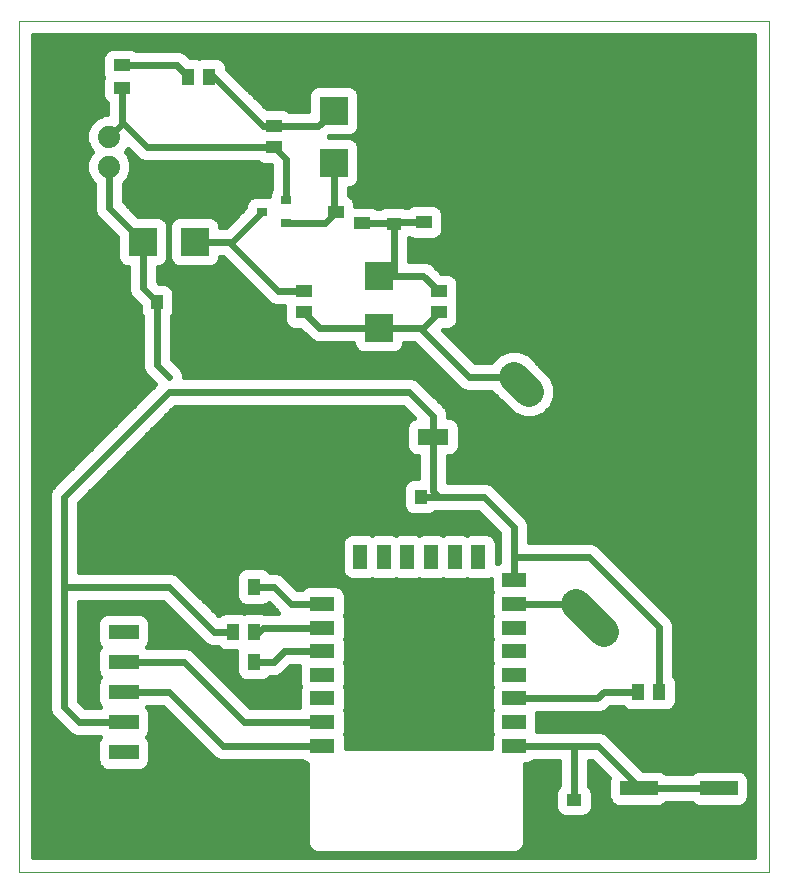
<source format=gtl>
G75*
G70*
%OFA0B0*%
%FSLAX24Y24*%
%IPPOS*%
%LPD*%
%AMOC8*
5,1,8,0,0,1.08239X$1,22.5*
%
%ADD10C,0.0000*%
%ADD11R,0.0394X0.0492*%
%ADD12R,0.0492X0.0394*%
%ADD13R,0.0945X0.0945*%
%ADD14C,0.0740*%
%ADD15R,0.0787X0.0472*%
%ADD16R,0.0472X0.0787*%
%ADD17R,0.0354X0.0315*%
%ADD18R,0.0551X0.0394*%
%ADD19R,0.0551X0.0433*%
%ADD20R,0.0433X0.0551*%
%ADD21R,0.1024X0.0551*%
%ADD22R,0.1000X0.0500*%
%ADD23R,0.1260X0.0472*%
%ADD24C,0.0240*%
%ADD25C,0.1000*%
%ADD26C,0.0160*%
D10*
X004180Y005180D02*
X004180Y033550D01*
X029172Y033550D01*
X029172Y005180D01*
X004180Y005180D01*
D11*
X016786Y017680D03*
X017574Y017680D03*
X009574Y024180D03*
X008786Y024180D03*
D12*
X016680Y026786D03*
X016680Y027574D03*
X022680Y007574D03*
X022680Y006786D03*
D13*
X016180Y023314D03*
X016180Y025046D03*
X014680Y028814D03*
X014680Y030546D03*
X010046Y026180D03*
X008314Y026180D03*
D14*
X007180Y028680D03*
X007180Y029680D03*
D15*
X014302Y014893D03*
X014302Y014105D03*
X014302Y013318D03*
X014302Y012530D03*
X014302Y011743D03*
X014302Y010956D03*
X014302Y010168D03*
X014302Y009381D03*
X020680Y009381D03*
X020680Y010168D03*
X020680Y010956D03*
X020680Y011743D03*
X020680Y012530D03*
X020680Y013318D03*
X020680Y014105D03*
X020680Y014893D03*
D16*
X019499Y015680D03*
X018711Y015680D03*
X017924Y015680D03*
X017137Y015680D03*
X016349Y015680D03*
X015562Y015680D03*
D17*
X013074Y026806D03*
X013074Y027554D03*
X012286Y027180D03*
D18*
X014747Y027180D03*
X015613Y026806D03*
X015613Y027554D03*
X007613Y031306D03*
X007613Y032054D03*
X006747Y031680D03*
D19*
X012680Y030024D03*
X012680Y029336D03*
X013680Y024524D03*
X013680Y023836D03*
X017680Y026836D03*
X017680Y027524D03*
X018180Y024524D03*
X018180Y023836D03*
D20*
X010524Y031680D03*
X009836Y031680D03*
X011336Y014680D03*
X012024Y014680D03*
X012024Y013180D03*
X011336Y013180D03*
X011336Y012180D03*
X012024Y012180D03*
X024836Y011180D03*
X025524Y011180D03*
D21*
X017987Y019680D03*
X016373Y019680D03*
D22*
X007680Y013180D03*
X007680Y012180D03*
X007680Y011180D03*
X007680Y010180D03*
X007680Y009180D03*
X007680Y008180D03*
D23*
X024841Y007967D03*
X024841Y006393D03*
X027519Y006393D03*
X027519Y007967D03*
D24*
X024841Y007967D01*
X024841Y008019D01*
X023479Y009381D01*
X022680Y009381D01*
X022680Y007574D01*
X022680Y009381D02*
X020680Y009381D01*
X020680Y010956D02*
X023456Y010956D01*
X023680Y011180D01*
X024836Y011180D01*
X025524Y011180D02*
X025524Y013336D01*
X023180Y015680D01*
X020680Y015680D01*
X020680Y014893D01*
X020680Y015680D02*
X020680Y016680D01*
X019680Y017680D01*
X018180Y017680D01*
X017987Y017873D01*
X017987Y019680D01*
X017987Y020373D01*
X017180Y021180D01*
X009180Y021180D01*
X005680Y017680D01*
X005680Y014680D01*
X009180Y014680D01*
X010680Y013180D01*
X011336Y013180D01*
X012024Y013180D02*
X012180Y013180D01*
X012318Y013318D01*
X014302Y013318D01*
X014302Y014105D02*
X013255Y014105D01*
X012680Y014680D01*
X012024Y014680D01*
X013030Y012530D02*
X012680Y012180D01*
X012024Y012180D01*
X013030Y012530D02*
X014302Y012530D01*
X014302Y010168D02*
X011692Y010168D01*
X009680Y012180D01*
X007680Y012180D01*
X007680Y011180D02*
X009180Y011180D01*
X010979Y009381D01*
X014302Y009381D01*
X007680Y010180D02*
X006180Y010180D01*
X005680Y010680D01*
X005680Y014680D01*
X009180Y021680D02*
X008786Y022074D01*
X008786Y024180D01*
X008314Y024652D01*
X008314Y026180D01*
X007180Y027314D01*
X007180Y028680D01*
X007180Y029680D02*
X007613Y030113D01*
X007613Y030180D01*
X008458Y029336D01*
X012680Y029336D01*
X013074Y028942D01*
X013074Y027554D01*
X013074Y026806D02*
X014373Y026806D01*
X014747Y027180D01*
X014680Y027247D01*
X014680Y028814D01*
X014158Y030024D02*
X014680Y030546D01*
X014158Y030024D02*
X012680Y030024D01*
X012336Y030024D01*
X010680Y031680D01*
X010524Y031680D01*
X009836Y031680D02*
X009461Y032054D01*
X007613Y032054D01*
X007613Y031306D02*
X007613Y030180D01*
X010046Y026180D02*
X011180Y026180D01*
X012836Y024524D01*
X013680Y024524D01*
X013680Y023836D02*
X014202Y023314D01*
X016180Y023314D01*
X017658Y023314D01*
X017658Y023202D01*
X019180Y021680D01*
X020680Y021680D01*
X018180Y023836D02*
X017658Y023314D01*
X018180Y024524D02*
X017658Y025046D01*
X016180Y025046D01*
X016680Y025046D01*
X016680Y026786D01*
X016680Y026836D01*
X017680Y026836D01*
X016680Y026806D02*
X016680Y026786D01*
X016680Y026806D02*
X015613Y026806D01*
X012286Y027180D02*
X011286Y026180D01*
X011180Y026180D01*
X017574Y017680D02*
X018180Y017680D01*
X020680Y014105D02*
X022755Y014105D01*
D25*
X023680Y013180D01*
X021180Y021180D02*
X020680Y021680D01*
D26*
X019935Y021180D02*
X020682Y020434D01*
X021005Y020300D01*
X021355Y020300D01*
X021678Y020434D01*
X021926Y020682D01*
X022060Y021005D01*
X022060Y021355D01*
X021926Y021678D01*
X021178Y022426D01*
X020855Y022560D01*
X020505Y022560D01*
X020182Y022426D01*
X019935Y022180D01*
X019387Y022180D01*
X018328Y023239D01*
X018531Y023239D01*
X018671Y023297D01*
X018778Y023404D01*
X018836Y023543D01*
X018836Y024128D01*
X018814Y024180D01*
X018836Y024232D01*
X018836Y024817D01*
X018778Y024956D01*
X018671Y025063D01*
X018531Y025121D01*
X018291Y025121D01*
X018082Y025329D01*
X017942Y025470D01*
X017758Y025546D01*
X017180Y025546D01*
X017180Y026306D01*
X017189Y026297D01*
X017329Y026239D01*
X018031Y026239D01*
X018171Y026297D01*
X018278Y026404D01*
X018336Y026543D01*
X018336Y027128D01*
X018278Y027267D01*
X018171Y027374D01*
X018031Y027432D01*
X017329Y027432D01*
X017189Y027374D01*
X017150Y027336D01*
X017068Y027336D01*
X017002Y027363D01*
X016358Y027363D01*
X016220Y027306D01*
X016123Y027306D01*
X016104Y027325D01*
X015964Y027383D01*
X015403Y027383D01*
X015403Y027452D01*
X015345Y027592D01*
X015238Y027699D01*
X015180Y027723D01*
X015180Y027961D01*
X015228Y027961D01*
X015368Y028019D01*
X015475Y028126D01*
X015532Y028266D01*
X015532Y029362D01*
X015475Y029502D01*
X015368Y029608D01*
X015228Y029666D01*
X014507Y029666D01*
X014535Y029694D01*
X015228Y029694D01*
X015368Y029752D01*
X015475Y029858D01*
X015532Y029998D01*
X015532Y031094D01*
X015475Y031234D01*
X015368Y031341D01*
X015228Y031399D01*
X014132Y031399D01*
X013992Y031341D01*
X013885Y031234D01*
X013828Y031094D01*
X013828Y030524D01*
X013210Y030524D01*
X013171Y030563D01*
X013031Y030621D01*
X012446Y030621D01*
X011121Y031946D01*
X011121Y032031D01*
X011063Y032171D01*
X010956Y032278D01*
X010817Y032336D01*
X010232Y032336D01*
X010180Y032314D01*
X010128Y032336D01*
X009887Y032336D01*
X009745Y032478D01*
X009561Y032554D01*
X008123Y032554D01*
X008104Y032573D01*
X007964Y032631D01*
X007262Y032631D01*
X007122Y032573D01*
X007015Y032466D01*
X006957Y032326D01*
X006957Y031782D01*
X007000Y031680D01*
X006957Y031578D01*
X006957Y031034D01*
X007015Y030894D01*
X007113Y030796D01*
X007113Y030430D01*
X007031Y030430D01*
X006755Y030316D01*
X006544Y030105D01*
X006430Y029829D01*
X006430Y029531D01*
X006544Y029255D01*
X006619Y029180D01*
X006544Y029105D01*
X006430Y028829D01*
X006430Y028531D01*
X006544Y028255D01*
X006680Y028119D01*
X006680Y027214D01*
X006756Y027031D01*
X006897Y026890D01*
X007461Y026325D01*
X007461Y025632D01*
X007519Y025492D01*
X007626Y025385D01*
X007766Y025328D01*
X007814Y025328D01*
X007814Y024553D01*
X007890Y024369D01*
X008031Y024229D01*
X008209Y024050D01*
X008209Y023858D01*
X008267Y023719D01*
X008286Y023700D01*
X008286Y021974D01*
X008362Y021790D01*
X008723Y021430D01*
X005256Y017963D01*
X005180Y017779D01*
X005180Y010581D01*
X005256Y010397D01*
X005397Y010256D01*
X005897Y009756D01*
X006081Y009680D01*
X006893Y009680D01*
X006858Y009645D01*
X006800Y009506D01*
X006800Y008854D01*
X006858Y008715D01*
X006965Y008608D01*
X007104Y008550D01*
X008256Y008550D01*
X008395Y008608D01*
X008502Y008715D01*
X008560Y008854D01*
X008560Y009506D01*
X008502Y009645D01*
X008467Y009680D01*
X008502Y009715D01*
X008560Y009854D01*
X008560Y010506D01*
X008502Y010645D01*
X008467Y010680D01*
X008467Y010680D01*
X008973Y010680D01*
X010555Y009098D01*
X010696Y008957D01*
X010880Y008881D01*
X013635Y008881D01*
X013693Y008822D01*
X013800Y008778D01*
X013800Y006104D01*
X013858Y005965D01*
X013965Y005858D01*
X014104Y005800D01*
X020756Y005800D01*
X020895Y005858D01*
X021002Y005965D01*
X021060Y006104D01*
X021060Y008765D01*
X021149Y008765D01*
X021289Y008822D01*
X021347Y008881D01*
X022180Y008881D01*
X022180Y008054D01*
X022112Y007986D01*
X022054Y007846D01*
X022054Y007301D01*
X022112Y007162D01*
X022219Y007055D01*
X022358Y006997D01*
X023002Y006997D01*
X023141Y007055D01*
X023248Y007162D01*
X023306Y007301D01*
X023306Y007846D01*
X023248Y007986D01*
X023180Y008054D01*
X023180Y008881D01*
X023272Y008881D01*
X023844Y008309D01*
X023831Y008279D01*
X023831Y007656D01*
X023889Y007516D01*
X023996Y007409D01*
X024136Y007351D01*
X025547Y007351D01*
X025687Y007409D01*
X025745Y007467D01*
X026615Y007467D01*
X026673Y007409D01*
X026813Y007351D01*
X028224Y007351D01*
X028364Y007409D01*
X028471Y007516D01*
X028529Y007656D01*
X028529Y008279D01*
X028471Y008419D01*
X028364Y008526D01*
X028224Y008584D01*
X026813Y008584D01*
X026673Y008526D01*
X026615Y008467D01*
X025745Y008467D01*
X025687Y008526D01*
X025547Y008584D01*
X024983Y008584D01*
X023762Y009805D01*
X023579Y009881D01*
X021454Y009881D01*
X021454Y010456D01*
X023555Y010456D01*
X023739Y010532D01*
X023887Y010680D01*
X024306Y010680D01*
X024404Y010582D01*
X024543Y010524D01*
X025128Y010524D01*
X025180Y010546D01*
X025232Y010524D01*
X025817Y010524D01*
X025956Y010582D01*
X026063Y010689D01*
X026121Y010829D01*
X026121Y011531D01*
X026063Y011671D01*
X026024Y011710D01*
X026024Y013435D01*
X025948Y013619D01*
X023604Y015963D01*
X023463Y016104D01*
X023279Y016180D01*
X021180Y016180D01*
X021180Y016779D01*
X021104Y016963D01*
X020963Y017104D01*
X019963Y018104D01*
X019779Y018180D01*
X018487Y018180D01*
X018487Y019024D01*
X018574Y019024D01*
X018714Y019082D01*
X018821Y019189D01*
X018879Y019329D01*
X018879Y020031D01*
X018821Y020171D01*
X018714Y020278D01*
X018574Y020336D01*
X018487Y020336D01*
X018487Y020472D01*
X018411Y020656D01*
X017604Y021463D01*
X017463Y021604D01*
X017279Y021680D01*
X009680Y021680D01*
X009680Y021779D01*
X009604Y021963D01*
X009286Y022281D01*
X009286Y023700D01*
X009305Y023719D01*
X009363Y023858D01*
X009363Y024502D01*
X009305Y024641D01*
X009198Y024748D01*
X009059Y024806D01*
X008867Y024806D01*
X008814Y024860D01*
X008814Y025328D01*
X008862Y025328D01*
X009002Y025385D01*
X009108Y025492D01*
X009166Y025632D01*
X009166Y026728D01*
X009108Y026868D01*
X009002Y026975D01*
X008862Y027032D01*
X008169Y027032D01*
X007680Y027521D01*
X007680Y028119D01*
X007816Y028255D01*
X007930Y028531D01*
X007930Y028829D01*
X007816Y029105D01*
X007741Y029180D01*
X007816Y029255D01*
X007820Y029266D01*
X008174Y028912D01*
X008358Y028836D01*
X012150Y028836D01*
X012189Y028797D01*
X012329Y028739D01*
X012569Y028739D01*
X012574Y028735D01*
X012574Y027925D01*
X012517Y027787D01*
X012517Y027717D01*
X012034Y027717D01*
X011894Y027660D01*
X011787Y027553D01*
X011729Y027413D01*
X011729Y027330D01*
X011079Y026680D01*
X010899Y026680D01*
X010899Y026728D01*
X010841Y026868D01*
X010734Y026975D01*
X010594Y027032D01*
X009498Y027032D01*
X009358Y026975D01*
X009252Y026868D01*
X009194Y026728D01*
X009194Y025632D01*
X009252Y025492D01*
X009358Y025385D01*
X009498Y025328D01*
X010594Y025328D01*
X010734Y025385D01*
X010841Y025492D01*
X010899Y025632D01*
X010899Y025680D01*
X010973Y025680D01*
X012552Y024101D01*
X012736Y024024D01*
X013024Y024024D01*
X013024Y023543D01*
X013082Y023404D01*
X013189Y023297D01*
X013329Y023239D01*
X013569Y023239D01*
X013918Y022890D01*
X014102Y022814D01*
X015328Y022814D01*
X015328Y022766D01*
X015385Y022626D01*
X015492Y022519D01*
X015632Y022461D01*
X016728Y022461D01*
X016868Y022519D01*
X016975Y022626D01*
X017032Y022766D01*
X017032Y022814D01*
X017339Y022814D01*
X018756Y021397D01*
X018897Y021256D01*
X019081Y021180D01*
X019935Y021180D01*
X020085Y021030D02*
X018037Y021030D01*
X017879Y021189D02*
X019060Y021189D01*
X018806Y021347D02*
X017720Y021347D01*
X017562Y021506D02*
X018647Y021506D01*
X018489Y021664D02*
X017318Y021664D01*
X017855Y022298D02*
X009286Y022298D01*
X009286Y022457D02*
X017696Y022457D01*
X017538Y022615D02*
X016963Y022615D01*
X017032Y022774D02*
X017379Y022774D01*
X018013Y022140D02*
X009428Y022140D01*
X009586Y021981D02*
X018172Y021981D01*
X018330Y021823D02*
X009662Y021823D01*
X009286Y022615D02*
X015397Y022615D01*
X015328Y022774D02*
X009286Y022774D01*
X009286Y022932D02*
X013876Y022932D01*
X013718Y023091D02*
X009286Y023091D01*
X009286Y023249D02*
X013305Y023249D01*
X013081Y023408D02*
X009286Y023408D01*
X009286Y023566D02*
X013024Y023566D01*
X013024Y023725D02*
X009308Y023725D01*
X009363Y023883D02*
X013024Y023883D01*
X012695Y024042D02*
X009363Y024042D01*
X009363Y024200D02*
X012453Y024200D01*
X012294Y024359D02*
X009363Y024359D01*
X009357Y024517D02*
X012136Y024517D01*
X011977Y024676D02*
X009271Y024676D01*
X008839Y024834D02*
X011819Y024834D01*
X011660Y024993D02*
X008814Y024993D01*
X008814Y025151D02*
X011502Y025151D01*
X011343Y025310D02*
X008814Y025310D01*
X009084Y025468D02*
X009276Y025468D01*
X009196Y025627D02*
X009164Y025627D01*
X009166Y025785D02*
X009194Y025785D01*
X009194Y025944D02*
X009166Y025944D01*
X009166Y026102D02*
X009194Y026102D01*
X009194Y026261D02*
X009166Y026261D01*
X009166Y026419D02*
X009194Y026419D01*
X009194Y026578D02*
X009166Y026578D01*
X009163Y026736D02*
X009197Y026736D01*
X009278Y026895D02*
X009082Y026895D01*
X008148Y027053D02*
X011452Y027053D01*
X011294Y026895D02*
X010814Y026895D01*
X010895Y026736D02*
X011135Y026736D01*
X011611Y027212D02*
X007989Y027212D01*
X007831Y027370D02*
X011729Y027370D01*
X011777Y027529D02*
X007680Y027529D01*
X007680Y027687D02*
X011960Y027687D01*
X012541Y027846D02*
X007680Y027846D01*
X007680Y028004D02*
X012574Y028004D01*
X012574Y028163D02*
X007723Y028163D01*
X007843Y028321D02*
X012574Y028321D01*
X012574Y028480D02*
X007909Y028480D01*
X007930Y028638D02*
X012574Y028638D01*
X012190Y028797D02*
X007930Y028797D01*
X007878Y028955D02*
X008131Y028955D01*
X007972Y029114D02*
X007807Y029114D01*
X006553Y029114D02*
X004660Y029114D01*
X004660Y029272D02*
X006537Y029272D01*
X006472Y029431D02*
X004660Y029431D01*
X004660Y029589D02*
X006430Y029589D01*
X006430Y029748D02*
X004660Y029748D01*
X004660Y029906D02*
X006462Y029906D01*
X006527Y030065D02*
X004660Y030065D01*
X004660Y030223D02*
X006662Y030223D01*
X006914Y030382D02*
X004660Y030382D01*
X004660Y030540D02*
X007113Y030540D01*
X007113Y030699D02*
X004660Y030699D01*
X004660Y030857D02*
X007052Y030857D01*
X006965Y031016D02*
X004660Y031016D01*
X004660Y031174D02*
X006957Y031174D01*
X006957Y031333D02*
X004660Y031333D01*
X004660Y031491D02*
X006957Y031491D01*
X006987Y031650D02*
X004660Y031650D01*
X004660Y031808D02*
X006957Y031808D01*
X006957Y031967D02*
X004660Y031967D01*
X004660Y032125D02*
X006957Y032125D01*
X006957Y032284D02*
X004660Y032284D01*
X004660Y032442D02*
X007005Y032442D01*
X007189Y032601D02*
X004660Y032601D01*
X004660Y032759D02*
X028692Y032759D01*
X028692Y032601D02*
X008037Y032601D01*
X009781Y032442D02*
X028692Y032442D01*
X028692Y032284D02*
X010942Y032284D01*
X011082Y032125D02*
X028692Y032125D01*
X028692Y031967D02*
X011121Y031967D01*
X011259Y031808D02*
X028692Y031808D01*
X028692Y031650D02*
X011418Y031650D01*
X011576Y031491D02*
X028692Y031491D01*
X028692Y031333D02*
X015376Y031333D01*
X015499Y031174D02*
X028692Y031174D01*
X028692Y031016D02*
X015532Y031016D01*
X015532Y030857D02*
X028692Y030857D01*
X028692Y030699D02*
X015532Y030699D01*
X015532Y030540D02*
X028692Y030540D01*
X028692Y030382D02*
X015532Y030382D01*
X015532Y030223D02*
X028692Y030223D01*
X028692Y030065D02*
X015532Y030065D01*
X015494Y029906D02*
X028692Y029906D01*
X028692Y029748D02*
X015358Y029748D01*
X015387Y029589D02*
X028692Y029589D01*
X028692Y029431D02*
X015504Y029431D01*
X015532Y029272D02*
X028692Y029272D01*
X028692Y029114D02*
X015532Y029114D01*
X015532Y028955D02*
X028692Y028955D01*
X028692Y028797D02*
X015532Y028797D01*
X015532Y028638D02*
X028692Y028638D01*
X028692Y028480D02*
X015532Y028480D01*
X015532Y028321D02*
X028692Y028321D01*
X028692Y028163D02*
X015490Y028163D01*
X015331Y028004D02*
X028692Y028004D01*
X028692Y027846D02*
X015180Y027846D01*
X015250Y027687D02*
X028692Y027687D01*
X028692Y027529D02*
X015371Y027529D01*
X015995Y027370D02*
X017185Y027370D01*
X018175Y027370D02*
X028692Y027370D01*
X028692Y027212D02*
X018301Y027212D01*
X018336Y027053D02*
X028692Y027053D01*
X028692Y026895D02*
X018336Y026895D01*
X018336Y026736D02*
X028692Y026736D01*
X028692Y026578D02*
X018336Y026578D01*
X018284Y026419D02*
X028692Y026419D01*
X028692Y026261D02*
X018083Y026261D01*
X017944Y025468D02*
X028692Y025468D01*
X028692Y025310D02*
X018102Y025310D01*
X018261Y025151D02*
X028692Y025151D01*
X028692Y024993D02*
X018741Y024993D01*
X018828Y024834D02*
X028692Y024834D01*
X028692Y024676D02*
X018836Y024676D01*
X018836Y024517D02*
X028692Y024517D01*
X028692Y024359D02*
X018836Y024359D01*
X018822Y024200D02*
X028692Y024200D01*
X028692Y024042D02*
X018836Y024042D01*
X018836Y023883D02*
X028692Y023883D01*
X028692Y023725D02*
X018836Y023725D01*
X018836Y023566D02*
X028692Y023566D01*
X028692Y023408D02*
X018779Y023408D01*
X018555Y023249D02*
X028692Y023249D01*
X028692Y023091D02*
X018477Y023091D01*
X018635Y022932D02*
X028692Y022932D01*
X028692Y022774D02*
X018794Y022774D01*
X018952Y022615D02*
X028692Y022615D01*
X028692Y022457D02*
X021105Y022457D01*
X021306Y022298D02*
X028692Y022298D01*
X028692Y022140D02*
X021465Y022140D01*
X021623Y021981D02*
X028692Y021981D01*
X028692Y021823D02*
X021782Y021823D01*
X021932Y021664D02*
X028692Y021664D01*
X028692Y021506D02*
X021998Y021506D01*
X022060Y021347D02*
X028692Y021347D01*
X028692Y021189D02*
X022060Y021189D01*
X022060Y021030D02*
X028692Y021030D01*
X028692Y020872D02*
X022005Y020872D01*
X021939Y020713D02*
X028692Y020713D01*
X028692Y020555D02*
X021799Y020555D01*
X021587Y020396D02*
X028692Y020396D01*
X028692Y020238D02*
X018754Y020238D01*
X018859Y020079D02*
X028692Y020079D01*
X028692Y019921D02*
X018879Y019921D01*
X018879Y019762D02*
X028692Y019762D01*
X028692Y019604D02*
X018879Y019604D01*
X018879Y019445D02*
X028692Y019445D01*
X028692Y019287D02*
X018861Y019287D01*
X018760Y019128D02*
X028692Y019128D01*
X028692Y018970D02*
X018487Y018970D01*
X018487Y018811D02*
X028692Y018811D01*
X028692Y018653D02*
X018487Y018653D01*
X018487Y018494D02*
X028692Y018494D01*
X028692Y018336D02*
X018487Y018336D01*
X017487Y018336D02*
X007043Y018336D01*
X007201Y018494D02*
X017487Y018494D01*
X017487Y018653D02*
X007360Y018653D01*
X007518Y018811D02*
X017487Y018811D01*
X017487Y018970D02*
X007677Y018970D01*
X007835Y019128D02*
X017214Y019128D01*
X017260Y019082D02*
X017400Y019024D01*
X017487Y019024D01*
X017487Y018306D01*
X017301Y018306D01*
X017162Y018248D01*
X017055Y018141D01*
X016997Y018002D01*
X016997Y017358D01*
X017055Y017219D01*
X017162Y017112D01*
X017301Y017054D01*
X017846Y017054D01*
X017986Y017112D01*
X018054Y017180D01*
X019473Y017180D01*
X020180Y016473D01*
X020180Y015496D01*
X020115Y015469D01*
X020115Y016149D01*
X020057Y016289D01*
X019950Y016396D01*
X019811Y016454D01*
X019187Y016454D01*
X019105Y016420D01*
X019023Y016454D01*
X018400Y016454D01*
X018318Y016420D01*
X018236Y016454D01*
X017612Y016454D01*
X017530Y016420D01*
X017449Y016454D01*
X016825Y016454D01*
X016743Y016420D01*
X016661Y016454D01*
X016037Y016454D01*
X015956Y016420D01*
X015874Y016454D01*
X015250Y016454D01*
X015110Y016396D01*
X015004Y016289D01*
X014946Y016149D01*
X014946Y015211D01*
X015004Y015071D01*
X015110Y014964D01*
X015250Y014906D01*
X015874Y014906D01*
X015956Y014940D01*
X016037Y014906D01*
X016661Y014906D01*
X016743Y014940D01*
X016825Y014906D01*
X017449Y014906D01*
X017530Y014940D01*
X017612Y014906D01*
X018236Y014906D01*
X018318Y014940D01*
X018400Y014906D01*
X019023Y014906D01*
X019105Y014940D01*
X019187Y014906D01*
X019811Y014906D01*
X019906Y014946D01*
X019906Y014581D01*
X019940Y014499D01*
X019906Y014417D01*
X019906Y013793D01*
X019940Y013711D01*
X019906Y013630D01*
X019906Y013006D01*
X019940Y012924D01*
X019906Y012842D01*
X019906Y012219D01*
X019940Y012137D01*
X019906Y012055D01*
X019906Y011431D01*
X019940Y011349D01*
X019906Y011267D01*
X019906Y010644D01*
X019940Y010562D01*
X019906Y010480D01*
X019906Y009856D01*
X019940Y009774D01*
X019906Y009693D01*
X019906Y009310D01*
X015076Y009310D01*
X015076Y009693D01*
X015042Y009774D01*
X015076Y009856D01*
X015076Y010480D01*
X015042Y010562D01*
X015076Y010644D01*
X015076Y011267D01*
X015042Y011349D01*
X015076Y011431D01*
X015076Y012055D01*
X015042Y012137D01*
X015076Y012219D01*
X015076Y012842D01*
X015042Y012924D01*
X015076Y013006D01*
X015076Y013630D01*
X015042Y013711D01*
X015076Y013793D01*
X015076Y014417D01*
X015018Y014557D01*
X014911Y014664D01*
X014771Y014721D01*
X013833Y014721D01*
X013693Y014664D01*
X013635Y014605D01*
X013462Y014605D01*
X013104Y014963D01*
X012963Y015104D01*
X012779Y015180D01*
X012554Y015180D01*
X012456Y015278D01*
X012317Y015336D01*
X011732Y015336D01*
X011593Y015278D01*
X011486Y015171D01*
X011428Y015031D01*
X011428Y014329D01*
X011486Y014189D01*
X011593Y014082D01*
X011732Y014024D01*
X012317Y014024D01*
X012456Y014082D01*
X012513Y014139D01*
X012835Y013818D01*
X012360Y013818D01*
X012317Y013836D01*
X011732Y013836D01*
X011680Y013814D01*
X011628Y013836D01*
X011043Y013836D01*
X010904Y013778D01*
X010847Y013721D01*
X009604Y014963D01*
X009463Y015104D01*
X009279Y015180D01*
X006180Y015180D01*
X006180Y017473D01*
X009387Y020680D01*
X016973Y020680D01*
X017341Y020311D01*
X017260Y020278D01*
X017153Y020171D01*
X017095Y020031D01*
X017095Y019329D01*
X017153Y019189D01*
X017260Y019082D01*
X017113Y019287D02*
X007994Y019287D01*
X008152Y019445D02*
X017095Y019445D01*
X017095Y019604D02*
X008311Y019604D01*
X008469Y019762D02*
X017095Y019762D01*
X017095Y019921D02*
X008628Y019921D01*
X008786Y020079D02*
X017115Y020079D01*
X017220Y020238D02*
X008945Y020238D01*
X009103Y020396D02*
X017257Y020396D01*
X017098Y020555D02*
X009262Y020555D01*
X008481Y021189D02*
X004660Y021189D01*
X004660Y021347D02*
X008640Y021347D01*
X008647Y021506D02*
X004660Y021506D01*
X004660Y021664D02*
X008489Y021664D01*
X008349Y021823D02*
X004660Y021823D01*
X004660Y021981D02*
X008286Y021981D01*
X008286Y022140D02*
X004660Y022140D01*
X004660Y022298D02*
X008286Y022298D01*
X008286Y022457D02*
X004660Y022457D01*
X004660Y022615D02*
X008286Y022615D01*
X008286Y022774D02*
X004660Y022774D01*
X004660Y022932D02*
X008286Y022932D01*
X008286Y023091D02*
X004660Y023091D01*
X004660Y023249D02*
X008286Y023249D01*
X008286Y023408D02*
X004660Y023408D01*
X004660Y023566D02*
X008286Y023566D01*
X008265Y023725D02*
X004660Y023725D01*
X004660Y023883D02*
X008209Y023883D01*
X008209Y024042D02*
X004660Y024042D01*
X004660Y024200D02*
X008059Y024200D01*
X008031Y024229D02*
X008031Y024229D01*
X007901Y024359D02*
X004660Y024359D01*
X004660Y024517D02*
X007829Y024517D01*
X007814Y024676D02*
X004660Y024676D01*
X004660Y024834D02*
X007814Y024834D01*
X007814Y024993D02*
X004660Y024993D01*
X004660Y025151D02*
X007814Y025151D01*
X007814Y025310D02*
X004660Y025310D01*
X004660Y025468D02*
X007544Y025468D01*
X007464Y025627D02*
X004660Y025627D01*
X004660Y025785D02*
X007461Y025785D01*
X007461Y025944D02*
X004660Y025944D01*
X004660Y026102D02*
X007461Y026102D01*
X007461Y026261D02*
X004660Y026261D01*
X004660Y026419D02*
X007368Y026419D01*
X007209Y026578D02*
X004660Y026578D01*
X004660Y026736D02*
X007051Y026736D01*
X006897Y026890D02*
X006897Y026890D01*
X006892Y026895D02*
X004660Y026895D01*
X004660Y027053D02*
X006747Y027053D01*
X006681Y027212D02*
X004660Y027212D01*
X004660Y027370D02*
X006680Y027370D01*
X006680Y027529D02*
X004660Y027529D01*
X004660Y027687D02*
X006680Y027687D01*
X006680Y027846D02*
X004660Y027846D01*
X004660Y028004D02*
X006680Y028004D01*
X006637Y028163D02*
X004660Y028163D01*
X004660Y028321D02*
X006517Y028321D01*
X006451Y028480D02*
X004660Y028480D01*
X004660Y028638D02*
X006430Y028638D01*
X006430Y028797D02*
X004660Y028797D01*
X004660Y028955D02*
X006482Y028955D01*
X004660Y032918D02*
X028692Y032918D01*
X028692Y033070D02*
X004660Y033070D01*
X004660Y005660D01*
X028692Y005660D01*
X028692Y033070D01*
X028692Y026102D02*
X017180Y026102D01*
X017180Y025944D02*
X028692Y025944D01*
X028692Y025785D02*
X017180Y025785D01*
X017180Y025627D02*
X028692Y025627D01*
X020773Y020396D02*
X018487Y020396D01*
X018453Y020555D02*
X020561Y020555D01*
X020402Y020713D02*
X018354Y020713D01*
X018196Y020872D02*
X020244Y020872D01*
X020054Y022298D02*
X019269Y022298D01*
X019111Y022457D02*
X020255Y022457D01*
X017277Y026261D02*
X017180Y026261D01*
X013828Y030540D02*
X013194Y030540D01*
X013828Y030699D02*
X012369Y030699D01*
X012210Y030857D02*
X013828Y030857D01*
X013828Y031016D02*
X012052Y031016D01*
X011893Y031174D02*
X013861Y031174D01*
X013984Y031333D02*
X011735Y031333D01*
X011026Y025627D02*
X010896Y025627D01*
X010816Y025468D02*
X011185Y025468D01*
X008323Y021030D02*
X004660Y021030D01*
X004660Y020872D02*
X008164Y020872D01*
X008006Y020713D02*
X004660Y020713D01*
X004660Y020555D02*
X007847Y020555D01*
X007689Y020396D02*
X004660Y020396D01*
X004660Y020238D02*
X007530Y020238D01*
X007372Y020079D02*
X004660Y020079D01*
X004660Y019921D02*
X007213Y019921D01*
X007055Y019762D02*
X004660Y019762D01*
X004660Y019604D02*
X006896Y019604D01*
X006738Y019445D02*
X004660Y019445D01*
X004660Y019287D02*
X006579Y019287D01*
X006421Y019128D02*
X004660Y019128D01*
X004660Y018970D02*
X006262Y018970D01*
X006104Y018811D02*
X004660Y018811D01*
X004660Y018653D02*
X005945Y018653D01*
X005787Y018494D02*
X004660Y018494D01*
X004660Y018336D02*
X005628Y018336D01*
X005470Y018177D02*
X004660Y018177D01*
X004660Y018019D02*
X005311Y018019D01*
X005213Y017860D02*
X004660Y017860D01*
X004660Y017702D02*
X005180Y017702D01*
X005180Y017543D02*
X004660Y017543D01*
X004660Y017385D02*
X005180Y017385D01*
X005180Y017226D02*
X004660Y017226D01*
X004660Y017068D02*
X005180Y017068D01*
X005180Y016909D02*
X004660Y016909D01*
X004660Y016751D02*
X005180Y016751D01*
X005180Y016592D02*
X004660Y016592D01*
X004660Y016434D02*
X005180Y016434D01*
X005180Y016275D02*
X004660Y016275D01*
X004660Y016117D02*
X005180Y016117D01*
X005180Y015958D02*
X004660Y015958D01*
X004660Y015800D02*
X005180Y015800D01*
X005180Y015641D02*
X004660Y015641D01*
X004660Y015483D02*
X005180Y015483D01*
X005180Y015324D02*
X004660Y015324D01*
X004660Y015166D02*
X005180Y015166D01*
X005180Y015007D02*
X004660Y015007D01*
X004660Y014849D02*
X005180Y014849D01*
X005180Y014690D02*
X004660Y014690D01*
X004660Y014532D02*
X005180Y014532D01*
X005180Y014373D02*
X004660Y014373D01*
X004660Y014215D02*
X005180Y014215D01*
X005180Y014056D02*
X004660Y014056D01*
X004660Y013898D02*
X005180Y013898D01*
X005180Y013739D02*
X004660Y013739D01*
X004660Y013581D02*
X005180Y013581D01*
X005180Y013422D02*
X004660Y013422D01*
X004660Y013264D02*
X005180Y013264D01*
X005180Y013105D02*
X004660Y013105D01*
X004660Y012947D02*
X005180Y012947D01*
X005180Y012788D02*
X004660Y012788D01*
X004660Y012630D02*
X005180Y012630D01*
X005180Y012471D02*
X004660Y012471D01*
X004660Y012313D02*
X005180Y012313D01*
X005180Y012154D02*
X004660Y012154D01*
X004660Y011996D02*
X005180Y011996D01*
X005180Y011837D02*
X004660Y011837D01*
X004660Y011679D02*
X005180Y011679D01*
X005180Y011520D02*
X004660Y011520D01*
X004660Y011362D02*
X005180Y011362D01*
X005180Y011203D02*
X004660Y011203D01*
X004660Y011045D02*
X005180Y011045D01*
X005180Y010886D02*
X004660Y010886D01*
X004660Y010728D02*
X005180Y010728D01*
X005185Y010569D02*
X004660Y010569D01*
X004660Y010411D02*
X005250Y010411D01*
X005401Y010252D02*
X004660Y010252D01*
X004660Y010094D02*
X005559Y010094D01*
X005718Y009935D02*
X004660Y009935D01*
X004660Y009777D02*
X005876Y009777D01*
X006800Y009460D02*
X004660Y009460D01*
X004660Y009618D02*
X006847Y009618D01*
X006893Y009680D02*
X006893Y009680D01*
X006800Y009301D02*
X004660Y009301D01*
X004660Y009143D02*
X006800Y009143D01*
X006800Y008984D02*
X004660Y008984D01*
X004660Y008826D02*
X006812Y008826D01*
X006906Y008667D02*
X004660Y008667D01*
X004660Y008509D02*
X013800Y008509D01*
X013800Y008667D02*
X008454Y008667D01*
X008548Y008826D02*
X013690Y008826D01*
X013800Y008350D02*
X004660Y008350D01*
X004660Y008192D02*
X013800Y008192D01*
X013800Y008033D02*
X004660Y008033D01*
X004660Y007875D02*
X013800Y007875D01*
X013800Y007716D02*
X004660Y007716D01*
X004660Y007558D02*
X013800Y007558D01*
X013800Y007399D02*
X004660Y007399D01*
X004660Y007241D02*
X013800Y007241D01*
X013800Y007082D02*
X004660Y007082D01*
X004660Y006924D02*
X013800Y006924D01*
X013800Y006765D02*
X004660Y006765D01*
X004660Y006607D02*
X013800Y006607D01*
X013800Y006448D02*
X004660Y006448D01*
X004660Y006290D02*
X013800Y006290D01*
X013800Y006131D02*
X004660Y006131D01*
X004660Y005973D02*
X013855Y005973D01*
X014071Y005814D02*
X004660Y005814D01*
X008560Y008984D02*
X010669Y008984D01*
X010510Y009143D02*
X008560Y009143D01*
X008560Y009301D02*
X010352Y009301D01*
X010193Y009460D02*
X008560Y009460D01*
X008513Y009618D02*
X010035Y009618D01*
X009876Y009777D02*
X008528Y009777D01*
X008560Y009935D02*
X009718Y009935D01*
X009559Y010094D02*
X008560Y010094D01*
X008560Y010252D02*
X009401Y010252D01*
X009242Y010411D02*
X008560Y010411D01*
X008534Y010569D02*
X009084Y010569D01*
X010572Y011996D02*
X011428Y011996D01*
X011428Y012154D02*
X010413Y012154D01*
X010255Y012313D02*
X011428Y012313D01*
X011428Y012471D02*
X010096Y012471D01*
X009963Y012604D02*
X009779Y012680D01*
X009581Y012680D01*
X008467Y012680D01*
X008502Y012715D01*
X008560Y012854D01*
X008560Y013506D01*
X008502Y013645D01*
X008395Y013752D01*
X008256Y013810D01*
X007104Y013810D01*
X006965Y013752D01*
X006858Y013645D01*
X006800Y013506D01*
X006800Y012854D01*
X006858Y012715D01*
X006893Y012680D01*
X006858Y012645D01*
X006800Y012506D01*
X006800Y011854D01*
X006858Y011715D01*
X006893Y011680D01*
X006858Y011645D01*
X006800Y011506D01*
X006800Y010854D01*
X006858Y010715D01*
X006893Y010680D01*
X006387Y010680D01*
X006180Y010887D01*
X006180Y014180D01*
X008973Y014180D01*
X010397Y012756D01*
X010581Y012680D01*
X010806Y012680D01*
X010904Y012582D01*
X011043Y012524D01*
X011428Y012524D01*
X011428Y011829D01*
X011486Y011689D01*
X011593Y011582D01*
X011732Y011524D01*
X012317Y011524D01*
X012456Y011582D01*
X012554Y011680D01*
X012779Y011680D01*
X012963Y011756D01*
X013104Y011897D01*
X013238Y012030D01*
X013528Y012030D01*
X013528Y011431D01*
X013562Y011349D01*
X013528Y011267D01*
X013528Y010668D01*
X011899Y010668D01*
X009963Y012604D01*
X009901Y012630D02*
X010856Y012630D01*
X010365Y012788D02*
X008532Y012788D01*
X008467Y012680D02*
X008467Y012680D01*
X008560Y012947D02*
X010206Y012947D01*
X010048Y013105D02*
X008560Y013105D01*
X008560Y013264D02*
X009889Y013264D01*
X009731Y013422D02*
X008560Y013422D01*
X008529Y013581D02*
X009572Y013581D01*
X009414Y013739D02*
X008408Y013739D01*
X009097Y014056D02*
X006180Y014056D01*
X006180Y013898D02*
X009255Y013898D01*
X010036Y014532D02*
X011428Y014532D01*
X011428Y014690D02*
X009877Y014690D01*
X009719Y014849D02*
X011428Y014849D01*
X011428Y015007D02*
X009560Y015007D01*
X009314Y015166D02*
X011484Y015166D01*
X011704Y015324D02*
X006180Y015324D01*
X006180Y015483D02*
X014946Y015483D01*
X014946Y015641D02*
X006180Y015641D01*
X006180Y015800D02*
X014946Y015800D01*
X014946Y015958D02*
X006180Y015958D01*
X006180Y016117D02*
X014946Y016117D01*
X014998Y016275D02*
X006180Y016275D01*
X006180Y016434D02*
X015201Y016434D01*
X015922Y016434D02*
X015989Y016434D01*
X016710Y016434D02*
X016776Y016434D01*
X017497Y016434D02*
X017564Y016434D01*
X018285Y016434D02*
X018351Y016434D01*
X019072Y016434D02*
X019138Y016434D01*
X019859Y016434D02*
X020180Y016434D01*
X020180Y016275D02*
X020063Y016275D01*
X020115Y016117D02*
X020180Y016117D01*
X020180Y015958D02*
X020115Y015958D01*
X020115Y015800D02*
X020180Y015800D01*
X020180Y015641D02*
X020115Y015641D01*
X020115Y015483D02*
X020147Y015483D01*
X019906Y014849D02*
X013219Y014849D01*
X013060Y015007D02*
X015068Y015007D01*
X014964Y015166D02*
X012814Y015166D01*
X013377Y014690D02*
X013757Y014690D01*
X014847Y014690D02*
X019906Y014690D01*
X019927Y014532D02*
X015028Y014532D01*
X015076Y014373D02*
X019906Y014373D01*
X019906Y014215D02*
X015076Y014215D01*
X015076Y014056D02*
X019906Y014056D01*
X019906Y013898D02*
X015076Y013898D01*
X015053Y013739D02*
X019929Y013739D01*
X019906Y013581D02*
X015076Y013581D01*
X015076Y013422D02*
X019906Y013422D01*
X019906Y013264D02*
X015076Y013264D01*
X015076Y013105D02*
X019906Y013105D01*
X019931Y012947D02*
X015051Y012947D01*
X015076Y012788D02*
X019906Y012788D01*
X019906Y012630D02*
X015076Y012630D01*
X015076Y012471D02*
X019906Y012471D01*
X019906Y012313D02*
X015076Y012313D01*
X015049Y012154D02*
X019933Y012154D01*
X019906Y011996D02*
X015076Y011996D01*
X015076Y011837D02*
X019906Y011837D01*
X019906Y011679D02*
X015076Y011679D01*
X015076Y011520D02*
X019906Y011520D01*
X019935Y011362D02*
X015047Y011362D01*
X015076Y011203D02*
X019906Y011203D01*
X019906Y011045D02*
X015076Y011045D01*
X015076Y010886D02*
X019906Y010886D01*
X019906Y010728D02*
X015076Y010728D01*
X015045Y010569D02*
X019937Y010569D01*
X019906Y010411D02*
X015076Y010411D01*
X015076Y010252D02*
X019906Y010252D01*
X019906Y010094D02*
X015076Y010094D01*
X015076Y009935D02*
X019906Y009935D01*
X019939Y009777D02*
X015043Y009777D01*
X015076Y009618D02*
X019906Y009618D01*
X019906Y009460D02*
X015076Y009460D01*
X013528Y010728D02*
X011840Y010728D01*
X011681Y010886D02*
X013528Y010886D01*
X013528Y011045D02*
X011523Y011045D01*
X011364Y011203D02*
X013528Y011203D01*
X013557Y011362D02*
X011206Y011362D01*
X011047Y011520D02*
X013528Y011520D01*
X013528Y011679D02*
X012553Y011679D01*
X013044Y011837D02*
X013528Y011837D01*
X013528Y011996D02*
X013203Y011996D01*
X011496Y011679D02*
X010889Y011679D01*
X010730Y011837D02*
X011428Y011837D01*
X010865Y013739D02*
X010828Y013739D01*
X010670Y013898D02*
X012755Y013898D01*
X012597Y014056D02*
X012393Y014056D01*
X011656Y014056D02*
X010511Y014056D01*
X010353Y014215D02*
X011475Y014215D01*
X011428Y014373D02*
X010194Y014373D01*
X012345Y015324D02*
X014946Y015324D01*
X017052Y017226D02*
X006180Y017226D01*
X006180Y017068D02*
X017268Y017068D01*
X016997Y017385D02*
X006180Y017385D01*
X006250Y017543D02*
X016997Y017543D01*
X016997Y017702D02*
X006409Y017702D01*
X006567Y017860D02*
X016997Y017860D01*
X017004Y018019D02*
X006726Y018019D01*
X006884Y018177D02*
X017090Y018177D01*
X017879Y017068D02*
X019585Y017068D01*
X019744Y016909D02*
X006180Y016909D01*
X006180Y016751D02*
X019902Y016751D01*
X020061Y016592D02*
X006180Y016592D01*
X006180Y013739D02*
X006952Y013739D01*
X006831Y013581D02*
X006180Y013581D01*
X006180Y013422D02*
X006800Y013422D01*
X006800Y013264D02*
X006180Y013264D01*
X006180Y013105D02*
X006800Y013105D01*
X006800Y012947D02*
X006180Y012947D01*
X006180Y012788D02*
X006828Y012788D01*
X006851Y012630D02*
X006180Y012630D01*
X006180Y012471D02*
X006800Y012471D01*
X006800Y012313D02*
X006180Y012313D01*
X006180Y012154D02*
X006800Y012154D01*
X006800Y011996D02*
X006180Y011996D01*
X006180Y011837D02*
X006807Y011837D01*
X006891Y011679D02*
X006180Y011679D01*
X006180Y011520D02*
X006806Y011520D01*
X006800Y011362D02*
X006180Y011362D01*
X006180Y011203D02*
X006800Y011203D01*
X006800Y011045D02*
X006180Y011045D01*
X006181Y010886D02*
X006800Y010886D01*
X006853Y010728D02*
X006340Y010728D01*
X019787Y018177D02*
X028692Y018177D01*
X028692Y018019D02*
X020049Y018019D01*
X020207Y017860D02*
X028692Y017860D01*
X028692Y017702D02*
X020366Y017702D01*
X020524Y017543D02*
X028692Y017543D01*
X028692Y017385D02*
X020683Y017385D01*
X020841Y017226D02*
X028692Y017226D01*
X028692Y017068D02*
X021000Y017068D01*
X021126Y016909D02*
X028692Y016909D01*
X028692Y016751D02*
X021180Y016751D01*
X021180Y016592D02*
X028692Y016592D01*
X028692Y016434D02*
X021180Y016434D01*
X021180Y016275D02*
X028692Y016275D01*
X028692Y016117D02*
X023433Y016117D01*
X023609Y015958D02*
X028692Y015958D01*
X028692Y015800D02*
X023768Y015800D01*
X023926Y015641D02*
X028692Y015641D01*
X028692Y015483D02*
X024085Y015483D01*
X024243Y015324D02*
X028692Y015324D01*
X028692Y015166D02*
X024402Y015166D01*
X024560Y015007D02*
X028692Y015007D01*
X028692Y014849D02*
X024719Y014849D01*
X024877Y014690D02*
X028692Y014690D01*
X028692Y014532D02*
X025036Y014532D01*
X025194Y014373D02*
X028692Y014373D01*
X028692Y014215D02*
X025353Y014215D01*
X025511Y014056D02*
X028692Y014056D01*
X028692Y013898D02*
X025670Y013898D01*
X025828Y013739D02*
X028692Y013739D01*
X028692Y013581D02*
X025964Y013581D01*
X026024Y013422D02*
X028692Y013422D01*
X028692Y013264D02*
X026024Y013264D01*
X026024Y013105D02*
X028692Y013105D01*
X028692Y012947D02*
X026024Y012947D01*
X026024Y012788D02*
X028692Y012788D01*
X028692Y012630D02*
X026024Y012630D01*
X026024Y012471D02*
X028692Y012471D01*
X028692Y012313D02*
X026024Y012313D01*
X026024Y012154D02*
X028692Y012154D01*
X028692Y011996D02*
X026024Y011996D01*
X026024Y011837D02*
X028692Y011837D01*
X028692Y011679D02*
X026056Y011679D01*
X026121Y011520D02*
X028692Y011520D01*
X028692Y011362D02*
X026121Y011362D01*
X026121Y011203D02*
X028692Y011203D01*
X028692Y011045D02*
X026121Y011045D01*
X026121Y010886D02*
X028692Y010886D01*
X028692Y010728D02*
X026079Y010728D01*
X025924Y010569D02*
X028692Y010569D01*
X028692Y010411D02*
X021454Y010411D01*
X021454Y010252D02*
X028692Y010252D01*
X028692Y010094D02*
X021454Y010094D01*
X021454Y009935D02*
X028692Y009935D01*
X028692Y009777D02*
X023791Y009777D01*
X023949Y009618D02*
X028692Y009618D01*
X028692Y009460D02*
X024108Y009460D01*
X024266Y009301D02*
X028692Y009301D01*
X028692Y009143D02*
X024425Y009143D01*
X024583Y008984D02*
X028692Y008984D01*
X028692Y008826D02*
X024742Y008826D01*
X024900Y008667D02*
X028692Y008667D01*
X028692Y008509D02*
X028381Y008509D01*
X028499Y008350D02*
X028692Y008350D01*
X028692Y008192D02*
X028529Y008192D01*
X028529Y008033D02*
X028692Y008033D01*
X028692Y007875D02*
X028529Y007875D01*
X028529Y007716D02*
X028692Y007716D01*
X028692Y007558D02*
X028488Y007558D01*
X028340Y007399D02*
X028692Y007399D01*
X028692Y007241D02*
X023281Y007241D01*
X023306Y007399D02*
X024020Y007399D01*
X023872Y007558D02*
X023306Y007558D01*
X023306Y007716D02*
X023831Y007716D01*
X023831Y007875D02*
X023294Y007875D01*
X023201Y008033D02*
X023831Y008033D01*
X023831Y008192D02*
X023180Y008192D01*
X023180Y008350D02*
X023803Y008350D01*
X023644Y008509D02*
X023180Y008509D01*
X023180Y008667D02*
X023486Y008667D01*
X023327Y008826D02*
X023180Y008826D01*
X022180Y008826D02*
X021292Y008826D01*
X021060Y008667D02*
X022180Y008667D01*
X022180Y008509D02*
X021060Y008509D01*
X021060Y008350D02*
X022180Y008350D01*
X022180Y008192D02*
X021060Y008192D01*
X021060Y008033D02*
X022159Y008033D01*
X022066Y007875D02*
X021060Y007875D01*
X021060Y007716D02*
X022054Y007716D01*
X022054Y007558D02*
X021060Y007558D01*
X021060Y007399D02*
X022054Y007399D01*
X022079Y007241D02*
X021060Y007241D01*
X021060Y007082D02*
X022191Y007082D01*
X023169Y007082D02*
X028692Y007082D01*
X028692Y006924D02*
X021060Y006924D01*
X021060Y006765D02*
X028692Y006765D01*
X028692Y006607D02*
X021060Y006607D01*
X021060Y006448D02*
X028692Y006448D01*
X028692Y006290D02*
X021060Y006290D01*
X021060Y006131D02*
X028692Y006131D01*
X028692Y005973D02*
X021005Y005973D01*
X020789Y005814D02*
X028692Y005814D01*
X026698Y007399D02*
X025662Y007399D01*
X025704Y008509D02*
X026656Y008509D01*
X024436Y010569D02*
X023776Y010569D01*
M02*

</source>
